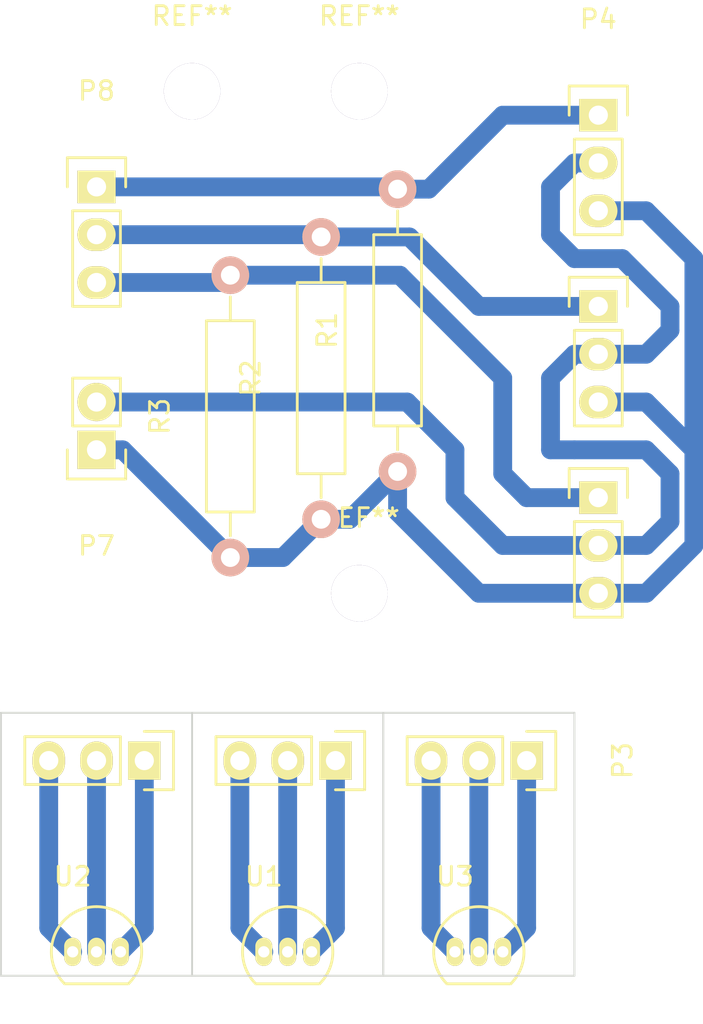
<source format=kicad_pcb>
(kicad_pcb (version 4) (host pcbnew "(2015-07-16 BZR 5955, Git 27eafcb)-product")

  (general
    (links 24)
    (no_connects 0)
    (area 151.079999 87.755 188.660002 142.405)
    (thickness 1.6)
    (drawings 11)
    (tracks 72)
    (zones 0)
    (modules 17)
    (nets 15)
  )

  (page A4)
  (layers
    (0 F.Cu signal)
    (31 B.Cu signal)
    (32 B.Adhes user)
    (33 F.Adhes user)
    (34 B.Paste user)
    (35 F.Paste user)
    (36 B.SilkS user)
    (37 F.SilkS user)
    (38 B.Mask user)
    (39 F.Mask user)
    (40 Dwgs.User user)
    (41 Cmts.User user)
    (42 Eco1.User user)
    (43 Eco2.User user)
    (44 Edge.Cuts user)
    (45 Margin user)
    (46 B.CrtYd user)
    (47 F.CrtYd user)
    (48 B.Fab user)
    (49 F.Fab user)
  )

  (setup
    (last_trace_width 1)
    (trace_clearance 0.2)
    (zone_clearance 0.508)
    (zone_45_only no)
    (trace_min 0.2)
    (segment_width 0.2)
    (edge_width 0.1)
    (via_size 0.6)
    (via_drill 0.4)
    (via_min_size 0.4)
    (via_min_drill 0.3)
    (uvia_size 0.3)
    (uvia_drill 0.1)
    (uvias_allowed no)
    (uvia_min_size 0.2)
    (uvia_min_drill 0.1)
    (pcb_text_width 0.3)
    (pcb_text_size 1.5 1.5)
    (mod_edge_width 0.15)
    (mod_text_size 1 1)
    (mod_text_width 0.15)
    (pad_size 1.5 1.5)
    (pad_drill 0.6)
    (pad_to_mask_clearance 0)
    (aux_axis_origin 0 0)
    (visible_elements 7FFFFFFF)
    (pcbplotparams
      (layerselection 0x00030_80000001)
      (usegerberextensions false)
      (excludeedgelayer true)
      (linewidth 0.100000)
      (plotframeref false)
      (viasonmask false)
      (mode 1)
      (useauxorigin false)
      (hpglpennumber 1)
      (hpglpenspeed 20)
      (hpglpendiameter 15)
      (hpglpenoverlay 2)
      (psnegative false)
      (psa4output false)
      (plotreference true)
      (plotvalue true)
      (plotinvisibletext false)
      (padsonsilk false)
      (subtractmaskfromsilk false)
      (outputformat 1)
      (mirror false)
      (drillshape 0)
      (scaleselection 1)
      (outputdirectory ""))
  )

  (net 0 "")
  (net 1 "Net-(P1-Pad1)")
  (net 2 "Net-(P1-Pad2)")
  (net 3 "Net-(P1-Pad3)")
  (net 4 "Net-(P2-Pad1)")
  (net 5 "Net-(P2-Pad2)")
  (net 6 "Net-(P2-Pad3)")
  (net 7 "Net-(P3-Pad1)")
  (net 8 "Net-(P3-Pad2)")
  (net 9 "Net-(P3-Pad3)")
  (net 10 "Net-(P4-Pad1)")
  (net 11 "Net-(P4-Pad2)")
  (net 12 "Net-(P4-Pad3)")
  (net 13 "Net-(P5-Pad1)")
  (net 14 "Net-(P6-Pad1)")

  (net_class Default "This is the default net class."
    (clearance 0.2)
    (trace_width 1)
    (via_dia 0.6)
    (via_drill 0.4)
    (uvia_dia 0.3)
    (uvia_drill 0.1)
    (add_net "Net-(P1-Pad1)")
    (add_net "Net-(P1-Pad2)")
    (add_net "Net-(P1-Pad3)")
    (add_net "Net-(P2-Pad1)")
    (add_net "Net-(P2-Pad2)")
    (add_net "Net-(P2-Pad3)")
    (add_net "Net-(P3-Pad1)")
    (add_net "Net-(P3-Pad2)")
    (add_net "Net-(P3-Pad3)")
    (add_net "Net-(P4-Pad1)")
    (add_net "Net-(P4-Pad2)")
    (add_net "Net-(P4-Pad3)")
    (add_net "Net-(P5-Pad1)")
    (add_net "Net-(P6-Pad1)")
  )

  (module Pin_Headers:Pin_Header_Straight_1x03 (layer F.Cu) (tedit 0) (tstamp 55AC807E)
    (at 168.91 128.27 270)
    (descr "Through hole pin header")
    (tags "pin header")
    (path /55AC53C2)
    (fp_text reference P1 (at 0 -5.1 270) (layer F.SilkS)
      (effects (font (size 1 1) (thickness 0.15)))
    )
    (fp_text value CONN_01X03 (at 0 -3.1 270) (layer F.Fab)
      (effects (font (size 1 1) (thickness 0.15)))
    )
    (fp_line (start -1.75 -1.75) (end -1.75 6.85) (layer F.CrtYd) (width 0.05))
    (fp_line (start 1.75 -1.75) (end 1.75 6.85) (layer F.CrtYd) (width 0.05))
    (fp_line (start -1.75 -1.75) (end 1.75 -1.75) (layer F.CrtYd) (width 0.05))
    (fp_line (start -1.75 6.85) (end 1.75 6.85) (layer F.CrtYd) (width 0.05))
    (fp_line (start -1.27 1.27) (end -1.27 6.35) (layer F.SilkS) (width 0.15))
    (fp_line (start -1.27 6.35) (end 1.27 6.35) (layer F.SilkS) (width 0.15))
    (fp_line (start 1.27 6.35) (end 1.27 1.27) (layer F.SilkS) (width 0.15))
    (fp_line (start 1.55 -1.55) (end 1.55 0) (layer F.SilkS) (width 0.15))
    (fp_line (start 1.27 1.27) (end -1.27 1.27) (layer F.SilkS) (width 0.15))
    (fp_line (start -1.55 0) (end -1.55 -1.55) (layer F.SilkS) (width 0.15))
    (fp_line (start -1.55 -1.55) (end 1.55 -1.55) (layer F.SilkS) (width 0.15))
    (pad 1 thru_hole rect (at 0 0 270) (size 2.032 1.7272) (drill 1.016) (layers *.Cu *.Mask F.SilkS)
      (net 1 "Net-(P1-Pad1)"))
    (pad 2 thru_hole oval (at 0 2.54 270) (size 2.032 1.7272) (drill 1.016) (layers *.Cu *.Mask F.SilkS)
      (net 2 "Net-(P1-Pad2)"))
    (pad 3 thru_hole oval (at 0 5.08 270) (size 2.032 1.7272) (drill 1.016) (layers *.Cu *.Mask F.SilkS)
      (net 3 "Net-(P1-Pad3)"))
    (model Pin_Headers.3dshapes/Pin_Header_Straight_1x03.wrl
      (at (xyz 0 -0.1 0))
      (scale (xyz 1 1 1))
      (rotate (xyz 0 0 90))
    )
  )

  (module Pin_Headers:Pin_Header_Straight_1x03 (layer F.Cu) (tedit 0) (tstamp 55AC8085)
    (at 158.75 128.27 270)
    (descr "Through hole pin header")
    (tags "pin header")
    (path /55AC544B)
    (fp_text reference P2 (at 0 -5.1 270) (layer F.SilkS)
      (effects (font (size 1 1) (thickness 0.15)))
    )
    (fp_text value CONN_01X03 (at 0 -3.1 270) (layer F.Fab)
      (effects (font (size 1 1) (thickness 0.15)))
    )
    (fp_line (start -1.75 -1.75) (end -1.75 6.85) (layer F.CrtYd) (width 0.05))
    (fp_line (start 1.75 -1.75) (end 1.75 6.85) (layer F.CrtYd) (width 0.05))
    (fp_line (start -1.75 -1.75) (end 1.75 -1.75) (layer F.CrtYd) (width 0.05))
    (fp_line (start -1.75 6.85) (end 1.75 6.85) (layer F.CrtYd) (width 0.05))
    (fp_line (start -1.27 1.27) (end -1.27 6.35) (layer F.SilkS) (width 0.15))
    (fp_line (start -1.27 6.35) (end 1.27 6.35) (layer F.SilkS) (width 0.15))
    (fp_line (start 1.27 6.35) (end 1.27 1.27) (layer F.SilkS) (width 0.15))
    (fp_line (start 1.55 -1.55) (end 1.55 0) (layer F.SilkS) (width 0.15))
    (fp_line (start 1.27 1.27) (end -1.27 1.27) (layer F.SilkS) (width 0.15))
    (fp_line (start -1.55 0) (end -1.55 -1.55) (layer F.SilkS) (width 0.15))
    (fp_line (start -1.55 -1.55) (end 1.55 -1.55) (layer F.SilkS) (width 0.15))
    (pad 1 thru_hole rect (at 0 0 270) (size 2.032 1.7272) (drill 1.016) (layers *.Cu *.Mask F.SilkS)
      (net 4 "Net-(P2-Pad1)"))
    (pad 2 thru_hole oval (at 0 2.54 270) (size 2.032 1.7272) (drill 1.016) (layers *.Cu *.Mask F.SilkS)
      (net 5 "Net-(P2-Pad2)"))
    (pad 3 thru_hole oval (at 0 5.08 270) (size 2.032 1.7272) (drill 1.016) (layers *.Cu *.Mask F.SilkS)
      (net 6 "Net-(P2-Pad3)"))
    (model Pin_Headers.3dshapes/Pin_Header_Straight_1x03.wrl
      (at (xyz 0 -0.1 0))
      (scale (xyz 1 1 1))
      (rotate (xyz 0 0 90))
    )
  )

  (module Pin_Headers:Pin_Header_Straight_1x03 (layer F.Cu) (tedit 0) (tstamp 55AC808C)
    (at 179.07 128.27 270)
    (descr "Through hole pin header")
    (tags "pin header")
    (path /55AC548E)
    (fp_text reference P3 (at 0 -5.1 270) (layer F.SilkS)
      (effects (font (size 1 1) (thickness 0.15)))
    )
    (fp_text value CONN_01X03 (at 0 -3.1 270) (layer F.Fab)
      (effects (font (size 1 1) (thickness 0.15)))
    )
    (fp_line (start -1.75 -1.75) (end -1.75 6.85) (layer F.CrtYd) (width 0.05))
    (fp_line (start 1.75 -1.75) (end 1.75 6.85) (layer F.CrtYd) (width 0.05))
    (fp_line (start -1.75 -1.75) (end 1.75 -1.75) (layer F.CrtYd) (width 0.05))
    (fp_line (start -1.75 6.85) (end 1.75 6.85) (layer F.CrtYd) (width 0.05))
    (fp_line (start -1.27 1.27) (end -1.27 6.35) (layer F.SilkS) (width 0.15))
    (fp_line (start -1.27 6.35) (end 1.27 6.35) (layer F.SilkS) (width 0.15))
    (fp_line (start 1.27 6.35) (end 1.27 1.27) (layer F.SilkS) (width 0.15))
    (fp_line (start 1.55 -1.55) (end 1.55 0) (layer F.SilkS) (width 0.15))
    (fp_line (start 1.27 1.27) (end -1.27 1.27) (layer F.SilkS) (width 0.15))
    (fp_line (start -1.55 0) (end -1.55 -1.55) (layer F.SilkS) (width 0.15))
    (fp_line (start -1.55 -1.55) (end 1.55 -1.55) (layer F.SilkS) (width 0.15))
    (pad 1 thru_hole rect (at 0 0 270) (size 2.032 1.7272) (drill 1.016) (layers *.Cu *.Mask F.SilkS)
      (net 7 "Net-(P3-Pad1)"))
    (pad 2 thru_hole oval (at 0 2.54 270) (size 2.032 1.7272) (drill 1.016) (layers *.Cu *.Mask F.SilkS)
      (net 8 "Net-(P3-Pad2)"))
    (pad 3 thru_hole oval (at 0 5.08 270) (size 2.032 1.7272) (drill 1.016) (layers *.Cu *.Mask F.SilkS)
      (net 9 "Net-(P3-Pad3)"))
    (model Pin_Headers.3dshapes/Pin_Header_Straight_1x03.wrl
      (at (xyz 0 -0.1 0))
      (scale (xyz 1 1 1))
      (rotate (xyz 0 0 90))
    )
  )

  (module Pin_Headers:Pin_Header_Straight_1x03 (layer F.Cu) (tedit 0) (tstamp 55AC8093)
    (at 182.88 93.98)
    (descr "Through hole pin header")
    (tags "pin header")
    (path /55AC5786)
    (fp_text reference P4 (at 0 -5.1) (layer F.SilkS)
      (effects (font (size 1 1) (thickness 0.15)))
    )
    (fp_text value CONN_01X03 (at 0 -3.1) (layer F.Fab)
      (effects (font (size 1 1) (thickness 0.15)))
    )
    (fp_line (start -1.75 -1.75) (end -1.75 6.85) (layer F.CrtYd) (width 0.05))
    (fp_line (start 1.75 -1.75) (end 1.75 6.85) (layer F.CrtYd) (width 0.05))
    (fp_line (start -1.75 -1.75) (end 1.75 -1.75) (layer F.CrtYd) (width 0.05))
    (fp_line (start -1.75 6.85) (end 1.75 6.85) (layer F.CrtYd) (width 0.05))
    (fp_line (start -1.27 1.27) (end -1.27 6.35) (layer F.SilkS) (width 0.15))
    (fp_line (start -1.27 6.35) (end 1.27 6.35) (layer F.SilkS) (width 0.15))
    (fp_line (start 1.27 6.35) (end 1.27 1.27) (layer F.SilkS) (width 0.15))
    (fp_line (start 1.55 -1.55) (end 1.55 0) (layer F.SilkS) (width 0.15))
    (fp_line (start 1.27 1.27) (end -1.27 1.27) (layer F.SilkS) (width 0.15))
    (fp_line (start -1.55 0) (end -1.55 -1.55) (layer F.SilkS) (width 0.15))
    (fp_line (start -1.55 -1.55) (end 1.55 -1.55) (layer F.SilkS) (width 0.15))
    (pad 1 thru_hole rect (at 0 0) (size 2.032 1.7272) (drill 1.016) (layers *.Cu *.Mask F.SilkS)
      (net 10 "Net-(P4-Pad1)"))
    (pad 2 thru_hole oval (at 0 2.54) (size 2.032 1.7272) (drill 1.016) (layers *.Cu *.Mask F.SilkS)
      (net 11 "Net-(P4-Pad2)"))
    (pad 3 thru_hole oval (at 0 5.08) (size 2.032 1.7272) (drill 1.016) (layers *.Cu *.Mask F.SilkS)
      (net 12 "Net-(P4-Pad3)"))
    (model Pin_Headers.3dshapes/Pin_Header_Straight_1x03.wrl
      (at (xyz 0 -0.1 0))
      (scale (xyz 1 1 1))
      (rotate (xyz 0 0 90))
    )
  )

  (module Pin_Headers:Pin_Header_Straight_1x03 (layer F.Cu) (tedit 0) (tstamp 55AC809A)
    (at 182.88 104.14)
    (descr "Through hole pin header")
    (tags "pin header")
    (path /55AC5727)
    (fp_text reference P5 (at 0 -5.1) (layer F.SilkS)
      (effects (font (size 1 1) (thickness 0.15)))
    )
    (fp_text value CONN_01X03 (at 0 -3.1) (layer F.Fab)
      (effects (font (size 1 1) (thickness 0.15)))
    )
    (fp_line (start -1.75 -1.75) (end -1.75 6.85) (layer F.CrtYd) (width 0.05))
    (fp_line (start 1.75 -1.75) (end 1.75 6.85) (layer F.CrtYd) (width 0.05))
    (fp_line (start -1.75 -1.75) (end 1.75 -1.75) (layer F.CrtYd) (width 0.05))
    (fp_line (start -1.75 6.85) (end 1.75 6.85) (layer F.CrtYd) (width 0.05))
    (fp_line (start -1.27 1.27) (end -1.27 6.35) (layer F.SilkS) (width 0.15))
    (fp_line (start -1.27 6.35) (end 1.27 6.35) (layer F.SilkS) (width 0.15))
    (fp_line (start 1.27 6.35) (end 1.27 1.27) (layer F.SilkS) (width 0.15))
    (fp_line (start 1.55 -1.55) (end 1.55 0) (layer F.SilkS) (width 0.15))
    (fp_line (start 1.27 1.27) (end -1.27 1.27) (layer F.SilkS) (width 0.15))
    (fp_line (start -1.55 0) (end -1.55 -1.55) (layer F.SilkS) (width 0.15))
    (fp_line (start -1.55 -1.55) (end 1.55 -1.55) (layer F.SilkS) (width 0.15))
    (pad 1 thru_hole rect (at 0 0) (size 2.032 1.7272) (drill 1.016) (layers *.Cu *.Mask F.SilkS)
      (net 13 "Net-(P5-Pad1)"))
    (pad 2 thru_hole oval (at 0 2.54) (size 2.032 1.7272) (drill 1.016) (layers *.Cu *.Mask F.SilkS)
      (net 11 "Net-(P4-Pad2)"))
    (pad 3 thru_hole oval (at 0 5.08) (size 2.032 1.7272) (drill 1.016) (layers *.Cu *.Mask F.SilkS)
      (net 12 "Net-(P4-Pad3)"))
    (model Pin_Headers.3dshapes/Pin_Header_Straight_1x03.wrl
      (at (xyz 0 -0.1 0))
      (scale (xyz 1 1 1))
      (rotate (xyz 0 0 90))
    )
  )

  (module Pin_Headers:Pin_Header_Straight_1x03 (layer F.Cu) (tedit 0) (tstamp 55AC80A1)
    (at 182.88 114.3)
    (descr "Through hole pin header")
    (tags "pin header")
    (path /55AC56F0)
    (fp_text reference P6 (at 0 -5.1) (layer F.SilkS)
      (effects (font (size 1 1) (thickness 0.15)))
    )
    (fp_text value CONN_01X03 (at 0 -3.1) (layer F.Fab)
      (effects (font (size 1 1) (thickness 0.15)))
    )
    (fp_line (start -1.75 -1.75) (end -1.75 6.85) (layer F.CrtYd) (width 0.05))
    (fp_line (start 1.75 -1.75) (end 1.75 6.85) (layer F.CrtYd) (width 0.05))
    (fp_line (start -1.75 -1.75) (end 1.75 -1.75) (layer F.CrtYd) (width 0.05))
    (fp_line (start -1.75 6.85) (end 1.75 6.85) (layer F.CrtYd) (width 0.05))
    (fp_line (start -1.27 1.27) (end -1.27 6.35) (layer F.SilkS) (width 0.15))
    (fp_line (start -1.27 6.35) (end 1.27 6.35) (layer F.SilkS) (width 0.15))
    (fp_line (start 1.27 6.35) (end 1.27 1.27) (layer F.SilkS) (width 0.15))
    (fp_line (start 1.55 -1.55) (end 1.55 0) (layer F.SilkS) (width 0.15))
    (fp_line (start 1.27 1.27) (end -1.27 1.27) (layer F.SilkS) (width 0.15))
    (fp_line (start -1.55 0) (end -1.55 -1.55) (layer F.SilkS) (width 0.15))
    (fp_line (start -1.55 -1.55) (end 1.55 -1.55) (layer F.SilkS) (width 0.15))
    (pad 1 thru_hole rect (at 0 0) (size 2.032 1.7272) (drill 1.016) (layers *.Cu *.Mask F.SilkS)
      (net 14 "Net-(P6-Pad1)"))
    (pad 2 thru_hole oval (at 0 2.54) (size 2.032 1.7272) (drill 1.016) (layers *.Cu *.Mask F.SilkS)
      (net 11 "Net-(P4-Pad2)"))
    (pad 3 thru_hole oval (at 0 5.08) (size 2.032 1.7272) (drill 1.016) (layers *.Cu *.Mask F.SilkS)
      (net 12 "Net-(P4-Pad3)"))
    (model Pin_Headers.3dshapes/Pin_Header_Straight_1x03.wrl
      (at (xyz 0 -0.1 0))
      (scale (xyz 1 1 1))
      (rotate (xyz 0 0 90))
    )
  )

  (module Pin_Headers:Pin_Header_Straight_1x02 (layer F.Cu) (tedit 54EA090C) (tstamp 55AC80A7)
    (at 156.21 111.76 180)
    (descr "Through hole pin header")
    (tags "pin header")
    (path /55AC57CD)
    (fp_text reference P7 (at 0 -5.1 180) (layer F.SilkS)
      (effects (font (size 1 1) (thickness 0.15)))
    )
    (fp_text value CONN_01X02 (at 0 -3.1 180) (layer F.Fab)
      (effects (font (size 1 1) (thickness 0.15)))
    )
    (fp_line (start 1.27 1.27) (end 1.27 3.81) (layer F.SilkS) (width 0.15))
    (fp_line (start 1.55 -1.55) (end 1.55 0) (layer F.SilkS) (width 0.15))
    (fp_line (start -1.75 -1.75) (end -1.75 4.3) (layer F.CrtYd) (width 0.05))
    (fp_line (start 1.75 -1.75) (end 1.75 4.3) (layer F.CrtYd) (width 0.05))
    (fp_line (start -1.75 -1.75) (end 1.75 -1.75) (layer F.CrtYd) (width 0.05))
    (fp_line (start -1.75 4.3) (end 1.75 4.3) (layer F.CrtYd) (width 0.05))
    (fp_line (start 1.27 1.27) (end -1.27 1.27) (layer F.SilkS) (width 0.15))
    (fp_line (start -1.55 0) (end -1.55 -1.55) (layer F.SilkS) (width 0.15))
    (fp_line (start -1.55 -1.55) (end 1.55 -1.55) (layer F.SilkS) (width 0.15))
    (fp_line (start -1.27 1.27) (end -1.27 3.81) (layer F.SilkS) (width 0.15))
    (fp_line (start -1.27 3.81) (end 1.27 3.81) (layer F.SilkS) (width 0.15))
    (pad 1 thru_hole rect (at 0 0 180) (size 2.032 2.032) (drill 1.016) (layers *.Cu *.Mask F.SilkS)
      (net 12 "Net-(P4-Pad3)"))
    (pad 2 thru_hole oval (at 0 2.54 180) (size 2.032 2.032) (drill 1.016) (layers *.Cu *.Mask F.SilkS)
      (net 11 "Net-(P4-Pad2)"))
    (model Pin_Headers.3dshapes/Pin_Header_Straight_1x02.wrl
      (at (xyz 0 -0.05 0))
      (scale (xyz 1 1 1))
      (rotate (xyz 0 0 90))
    )
  )

  (module Pin_Headers:Pin_Header_Straight_1x03 (layer F.Cu) (tedit 0) (tstamp 55AC80AE)
    (at 156.21 97.79)
    (descr "Through hole pin header")
    (tags "pin header")
    (path /55AC5846)
    (fp_text reference P8 (at 0 -5.1) (layer F.SilkS)
      (effects (font (size 1 1) (thickness 0.15)))
    )
    (fp_text value CONN_01X03 (at 0 -3.1) (layer F.Fab)
      (effects (font (size 1 1) (thickness 0.15)))
    )
    (fp_line (start -1.75 -1.75) (end -1.75 6.85) (layer F.CrtYd) (width 0.05))
    (fp_line (start 1.75 -1.75) (end 1.75 6.85) (layer F.CrtYd) (width 0.05))
    (fp_line (start -1.75 -1.75) (end 1.75 -1.75) (layer F.CrtYd) (width 0.05))
    (fp_line (start -1.75 6.85) (end 1.75 6.85) (layer F.CrtYd) (width 0.05))
    (fp_line (start -1.27 1.27) (end -1.27 6.35) (layer F.SilkS) (width 0.15))
    (fp_line (start -1.27 6.35) (end 1.27 6.35) (layer F.SilkS) (width 0.15))
    (fp_line (start 1.27 6.35) (end 1.27 1.27) (layer F.SilkS) (width 0.15))
    (fp_line (start 1.55 -1.55) (end 1.55 0) (layer F.SilkS) (width 0.15))
    (fp_line (start 1.27 1.27) (end -1.27 1.27) (layer F.SilkS) (width 0.15))
    (fp_line (start -1.55 0) (end -1.55 -1.55) (layer F.SilkS) (width 0.15))
    (fp_line (start -1.55 -1.55) (end 1.55 -1.55) (layer F.SilkS) (width 0.15))
    (pad 1 thru_hole rect (at 0 0) (size 2.032 1.7272) (drill 1.016) (layers *.Cu *.Mask F.SilkS)
      (net 10 "Net-(P4-Pad1)"))
    (pad 2 thru_hole oval (at 0 2.54) (size 2.032 1.7272) (drill 1.016) (layers *.Cu *.Mask F.SilkS)
      (net 13 "Net-(P5-Pad1)"))
    (pad 3 thru_hole oval (at 0 5.08) (size 2.032 1.7272) (drill 1.016) (layers *.Cu *.Mask F.SilkS)
      (net 14 "Net-(P6-Pad1)"))
    (model Pin_Headers.3dshapes/Pin_Header_Straight_1x03.wrl
      (at (xyz 0 -0.1 0))
      (scale (xyz 1 1 1))
      (rotate (xyz 0 0 90))
    )
  )

  (module Resistors_ThroughHole:Resistor_Horizontal_RM15mm (layer F.Cu) (tedit 53F56292) (tstamp 55AC80B4)
    (at 172.212 105.41 90)
    (descr "Resistor, Axial, RM 15mm,")
    (tags "Resistor, Axial, RM 15mm,")
    (path /55AC595E)
    (fp_text reference R1 (at 0 -3.74904 90) (layer F.SilkS)
      (effects (font (size 1 1) (thickness 0.15)))
    )
    (fp_text value 330 (at 0 4.0005 90) (layer F.Fab)
      (effects (font (size 1 1) (thickness 0.15)))
    )
    (fp_line (start -5.08 -1.27) (end -5.08 1.27) (layer F.SilkS) (width 0.15))
    (fp_line (start -5.08 1.27) (end 5.08 1.27) (layer F.SilkS) (width 0.15))
    (fp_line (start 5.08 1.27) (end 5.08 -1.27) (layer F.SilkS) (width 0.15))
    (fp_line (start 5.08 -1.27) (end -5.08 -1.27) (layer F.SilkS) (width 0.15))
    (fp_line (start 6.35 0) (end 5.08 0) (layer F.SilkS) (width 0.15))
    (fp_line (start -6.35 0) (end -5.08 0) (layer F.SilkS) (width 0.15))
    (pad 1 thru_hole circle (at -7.5 0 90) (size 1.99898 1.99898) (drill 1.00076) (layers *.Cu *.SilkS *.Mask)
      (net 12 "Net-(P4-Pad3)"))
    (pad 2 thru_hole circle (at 7.5 0 90) (size 1.99898 1.99898) (drill 1.00076) (layers *.Cu *.SilkS *.Mask)
      (net 10 "Net-(P4-Pad1)"))
    (model Resistors_ThroughHole.3dshapes/Resistor_Horizontal_RM15mm.wrl
      (at (xyz 0 0 0))
      (scale (xyz 0.4 0.4 0.4))
      (rotate (xyz 0 0 0))
    )
  )

  (module Resistors_ThroughHole:Resistor_Horizontal_RM15mm (layer F.Cu) (tedit 53F56292) (tstamp 55AC80BA)
    (at 168.148 107.95 90)
    (descr "Resistor, Axial, RM 15mm,")
    (tags "Resistor, Axial, RM 15mm,")
    (path /55AC592F)
    (fp_text reference R2 (at 0 -3.74904 90) (layer F.SilkS)
      (effects (font (size 1 1) (thickness 0.15)))
    )
    (fp_text value 330 (at 0 4.0005 90) (layer F.Fab)
      (effects (font (size 1 1) (thickness 0.15)))
    )
    (fp_line (start -5.08 -1.27) (end -5.08 1.27) (layer F.SilkS) (width 0.15))
    (fp_line (start -5.08 1.27) (end 5.08 1.27) (layer F.SilkS) (width 0.15))
    (fp_line (start 5.08 1.27) (end 5.08 -1.27) (layer F.SilkS) (width 0.15))
    (fp_line (start 5.08 -1.27) (end -5.08 -1.27) (layer F.SilkS) (width 0.15))
    (fp_line (start 6.35 0) (end 5.08 0) (layer F.SilkS) (width 0.15))
    (fp_line (start -6.35 0) (end -5.08 0) (layer F.SilkS) (width 0.15))
    (pad 1 thru_hole circle (at -7.5 0 90) (size 1.99898 1.99898) (drill 1.00076) (layers *.Cu *.SilkS *.Mask)
      (net 12 "Net-(P4-Pad3)"))
    (pad 2 thru_hole circle (at 7.5 0 90) (size 1.99898 1.99898) (drill 1.00076) (layers *.Cu *.SilkS *.Mask)
      (net 13 "Net-(P5-Pad1)"))
    (model Resistors_ThroughHole.3dshapes/Resistor_Horizontal_RM15mm.wrl
      (at (xyz 0 0 0))
      (scale (xyz 0.4 0.4 0.4))
      (rotate (xyz 0 0 0))
    )
  )

  (module Resistors_ThroughHole:Resistor_Horizontal_RM15mm (layer F.Cu) (tedit 53F56292) (tstamp 55AC80C0)
    (at 163.322 109.982 90)
    (descr "Resistor, Axial, RM 15mm,")
    (tags "Resistor, Axial, RM 15mm,")
    (path /55AC58D6)
    (fp_text reference R3 (at 0 -3.74904 90) (layer F.SilkS)
      (effects (font (size 1 1) (thickness 0.15)))
    )
    (fp_text value 330 (at 0 4.0005 90) (layer F.Fab)
      (effects (font (size 1 1) (thickness 0.15)))
    )
    (fp_line (start -5.08 -1.27) (end -5.08 1.27) (layer F.SilkS) (width 0.15))
    (fp_line (start -5.08 1.27) (end 5.08 1.27) (layer F.SilkS) (width 0.15))
    (fp_line (start 5.08 1.27) (end 5.08 -1.27) (layer F.SilkS) (width 0.15))
    (fp_line (start 5.08 -1.27) (end -5.08 -1.27) (layer F.SilkS) (width 0.15))
    (fp_line (start 6.35 0) (end 5.08 0) (layer F.SilkS) (width 0.15))
    (fp_line (start -6.35 0) (end -5.08 0) (layer F.SilkS) (width 0.15))
    (pad 1 thru_hole circle (at -7.5 0 90) (size 1.99898 1.99898) (drill 1.00076) (layers *.Cu *.SilkS *.Mask)
      (net 12 "Net-(P4-Pad3)"))
    (pad 2 thru_hole circle (at 7.5 0 90) (size 1.99898 1.99898) (drill 1.00076) (layers *.Cu *.SilkS *.Mask)
      (net 14 "Net-(P6-Pad1)"))
    (model Resistors_ThroughHole.3dshapes/Resistor_Horizontal_RM15mm.wrl
      (at (xyz 0 0 0))
      (scale (xyz 0.4 0.4 0.4))
      (rotate (xyz 0 0 0))
    )
  )

  (module Housings_TO-92:TO-92_Inline_Narrow_Oval (layer F.Cu) (tedit 54F24281) (tstamp 55AC80C7)
    (at 165.1 138.43)
    (descr "TO-92 leads in-line, narrow, oval pads, drill 0.6mm (see NXP sot054_po.pdf)")
    (tags "to-92 sc-43 sc-43a sot54 PA33 transistor")
    (path /55AC4F61)
    (fp_text reference U1 (at 0 -4) (layer F.SilkS)
      (effects (font (size 1 1) (thickness 0.15)))
    )
    (fp_text value SS461R (at 0 3) (layer F.Fab)
      (effects (font (size 1 1) (thickness 0.15)))
    )
    (fp_line (start -1.4 1.95) (end -1.4 -2.65) (layer F.CrtYd) (width 0.05))
    (fp_line (start -1.4 1.95) (end 3.95 1.95) (layer F.CrtYd) (width 0.05))
    (fp_line (start -0.43 1.7) (end 2.97 1.7) (layer F.SilkS) (width 0.15))
    (fp_arc (start 1.27 0) (end 1.27 -2.4) (angle -135) (layer F.SilkS) (width 0.15))
    (fp_arc (start 1.27 0) (end 1.27 -2.4) (angle 135) (layer F.SilkS) (width 0.15))
    (fp_line (start -1.4 -2.65) (end 3.95 -2.65) (layer F.CrtYd) (width 0.05))
    (fp_line (start 3.95 1.95) (end 3.95 -2.65) (layer F.CrtYd) (width 0.05))
    (pad 2 thru_hole oval (at 1.27 0 180) (size 0.89916 1.50114) (drill 0.6) (layers *.Cu *.Mask F.SilkS)
      (net 2 "Net-(P1-Pad2)"))
    (pad 3 thru_hole oval (at 2.54 0 180) (size 0.89916 1.50114) (drill 0.6) (layers *.Cu *.Mask F.SilkS)
      (net 1 "Net-(P1-Pad1)"))
    (pad 1 thru_hole oval (at 0 0 180) (size 0.89916 1.50114) (drill 0.6) (layers *.Cu *.Mask F.SilkS)
      (net 3 "Net-(P1-Pad3)"))
    (model Housings_TO-92.3dshapes/TO-92_Inline_Narrow_Oval.wrl
      (at (xyz 0.05 0 0))
      (scale (xyz 1 1 1))
      (rotate (xyz 0 0 -90))
    )
  )

  (module Housings_TO-92:TO-92_Inline_Narrow_Oval (layer F.Cu) (tedit 54F24281) (tstamp 55AC80CE)
    (at 154.94 138.43)
    (descr "TO-92 leads in-line, narrow, oval pads, drill 0.6mm (see NXP sot054_po.pdf)")
    (tags "to-92 sc-43 sc-43a sot54 PA33 transistor")
    (path /55AC4F77)
    (fp_text reference U2 (at 0 -4) (layer F.SilkS)
      (effects (font (size 1 1) (thickness 0.15)))
    )
    (fp_text value SS461R (at 0 3) (layer F.Fab)
      (effects (font (size 1 1) (thickness 0.15)))
    )
    (fp_line (start -1.4 1.95) (end -1.4 -2.65) (layer F.CrtYd) (width 0.05))
    (fp_line (start -1.4 1.95) (end 3.95 1.95) (layer F.CrtYd) (width 0.05))
    (fp_line (start -0.43 1.7) (end 2.97 1.7) (layer F.SilkS) (width 0.15))
    (fp_arc (start 1.27 0) (end 1.27 -2.4) (angle -135) (layer F.SilkS) (width 0.15))
    (fp_arc (start 1.27 0) (end 1.27 -2.4) (angle 135) (layer F.SilkS) (width 0.15))
    (fp_line (start -1.4 -2.65) (end 3.95 -2.65) (layer F.CrtYd) (width 0.05))
    (fp_line (start 3.95 1.95) (end 3.95 -2.65) (layer F.CrtYd) (width 0.05))
    (pad 2 thru_hole oval (at 1.27 0 180) (size 0.89916 1.50114) (drill 0.6) (layers *.Cu *.Mask F.SilkS)
      (net 5 "Net-(P2-Pad2)"))
    (pad 3 thru_hole oval (at 2.54 0 180) (size 0.89916 1.50114) (drill 0.6) (layers *.Cu *.Mask F.SilkS)
      (net 4 "Net-(P2-Pad1)"))
    (pad 1 thru_hole oval (at 0 0 180) (size 0.89916 1.50114) (drill 0.6) (layers *.Cu *.Mask F.SilkS)
      (net 6 "Net-(P2-Pad3)"))
    (model Housings_TO-92.3dshapes/TO-92_Inline_Narrow_Oval.wrl
      (at (xyz 0.05 0 0))
      (scale (xyz 1 1 1))
      (rotate (xyz 0 0 -90))
    )
  )

  (module Housings_TO-92:TO-92_Inline_Narrow_Oval (layer F.Cu) (tedit 54F24281) (tstamp 55AC80D5)
    (at 175.26 138.43)
    (descr "TO-92 leads in-line, narrow, oval pads, drill 0.6mm (see NXP sot054_po.pdf)")
    (tags "to-92 sc-43 sc-43a sot54 PA33 transistor")
    (path /55AC4FCD)
    (fp_text reference U3 (at 0 -4) (layer F.SilkS)
      (effects (font (size 1 1) (thickness 0.15)))
    )
    (fp_text value SS461R (at 0 3) (layer F.Fab)
      (effects (font (size 1 1) (thickness 0.15)))
    )
    (fp_line (start -1.4 1.95) (end -1.4 -2.65) (layer F.CrtYd) (width 0.05))
    (fp_line (start -1.4 1.95) (end 3.95 1.95) (layer F.CrtYd) (width 0.05))
    (fp_line (start -0.43 1.7) (end 2.97 1.7) (layer F.SilkS) (width 0.15))
    (fp_arc (start 1.27 0) (end 1.27 -2.4) (angle -135) (layer F.SilkS) (width 0.15))
    (fp_arc (start 1.27 0) (end 1.27 -2.4) (angle 135) (layer F.SilkS) (width 0.15))
    (fp_line (start -1.4 -2.65) (end 3.95 -2.65) (layer F.CrtYd) (width 0.05))
    (fp_line (start 3.95 1.95) (end 3.95 -2.65) (layer F.CrtYd) (width 0.05))
    (pad 2 thru_hole oval (at 1.27 0 180) (size 0.89916 1.50114) (drill 0.6) (layers *.Cu *.Mask F.SilkS)
      (net 8 "Net-(P3-Pad2)"))
    (pad 3 thru_hole oval (at 2.54 0 180) (size 0.89916 1.50114) (drill 0.6) (layers *.Cu *.Mask F.SilkS)
      (net 7 "Net-(P3-Pad1)"))
    (pad 1 thru_hole oval (at 0 0 180) (size 0.89916 1.50114) (drill 0.6) (layers *.Cu *.Mask F.SilkS)
      (net 9 "Net-(P3-Pad3)"))
    (model Housings_TO-92.3dshapes/TO-92_Inline_Narrow_Oval.wrl
      (at (xyz 0.05 0 0))
      (scale (xyz 1 1 1))
      (rotate (xyz 0 0 -90))
    )
  )

  (module Mounting_Holes:MountingHole_3mm (layer F.Cu) (tedit 0) (tstamp 55ADD552)
    (at 170.18 92.71)
    (descr "Mounting hole, Befestigungsbohrung, 3mm, No Annular, Kein Restring,")
    (tags "Mounting hole, Befestigungsbohrung, 3mm, No Annular, Kein Restring,")
    (fp_text reference REF** (at 0 -4.0005) (layer F.SilkS)
      (effects (font (size 1 1) (thickness 0.15)))
    )
    (fp_text value MountingHole_3mm (at 1.00076 5.00126) (layer F.Fab)
      (effects (font (size 1 1) (thickness 0.15)))
    )
    (fp_circle (center 0 0) (end 3 0) (layer Cmts.User) (width 0.381))
    (pad 1 thru_hole circle (at 0 0) (size 3 3) (drill 3) (layers))
  )

  (module Mounting_Holes:MountingHole_3mm (layer F.Cu) (tedit 0) (tstamp 55ADD95B)
    (at 170.18 119.38)
    (descr "Mounting hole, Befestigungsbohrung, 3mm, No Annular, Kein Restring,")
    (tags "Mounting hole, Befestigungsbohrung, 3mm, No Annular, Kein Restring,")
    (fp_text reference REF** (at 0 -4.0005) (layer F.SilkS)
      (effects (font (size 1 1) (thickness 0.15)))
    )
    (fp_text value MountingHole_3mm (at 1.00076 5.00126) (layer F.Fab)
      (effects (font (size 1 1) (thickness 0.15)))
    )
    (fp_circle (center 0 0) (end 3 0) (layer Cmts.User) (width 0.381))
    (pad 1 thru_hole circle (at 0 0) (size 3 3) (drill 3) (layers))
  )

  (module Mounting_Holes:MountingHole_3mm (layer F.Cu) (tedit 0) (tstamp 55ADD9E1)
    (at 161.29 92.71)
    (descr "Mounting hole, Befestigungsbohrung, 3mm, No Annular, Kein Restring,")
    (tags "Mounting hole, Befestigungsbohrung, 3mm, No Annular, Kein Restring,")
    (fp_text reference REF** (at 0 -4.0005) (layer F.SilkS)
      (effects (font (size 1 1) (thickness 0.15)))
    )
    (fp_text value MountingHole_3mm (at 1.00076 5.00126) (layer F.Fab)
      (effects (font (size 1 1) (thickness 0.15)))
    )
    (fp_circle (center 0 0) (end 3 0) (layer Cmts.User) (width 0.381))
    (pad 1 thru_hole circle (at 0 0) (size 3 3) (drill 3) (layers))
  )

  (gr_line (start 151.13 139.7) (end 161.29 139.7) (angle 90) (layer Edge.Cuts) (width 0.1))
  (gr_line (start 151.13 125.73) (end 151.13 139.7) (angle 90) (layer Edge.Cuts) (width 0.1))
  (gr_line (start 161.29 125.73) (end 151.13 125.73) (angle 90) (layer Edge.Cuts) (width 0.1))
  (gr_line (start 161.29 139.7) (end 161.29 125.73) (angle 90) (layer Edge.Cuts) (width 0.1))
  (gr_line (start 171.45 139.7) (end 161.29 139.7) (angle 90) (layer Edge.Cuts) (width 0.1))
  (gr_line (start 171.45 125.73) (end 171.45 139.7) (angle 90) (layer Edge.Cuts) (width 0.1))
  (gr_line (start 161.29 125.73) (end 171.45 125.73) (angle 90) (layer Edge.Cuts) (width 0.1))
  (gr_line (start 171.45 139.7) (end 171.45 125.73) (angle 90) (layer Edge.Cuts) (width 0.1))
  (gr_line (start 181.61 139.7) (end 171.45 139.7) (angle 90) (layer Edge.Cuts) (width 0.1))
  (gr_line (start 181.61 125.73) (end 181.61 139.7) (angle 90) (layer Edge.Cuts) (width 0.1))
  (gr_line (start 171.45 125.73) (end 181.61 125.73) (angle 90) (layer Edge.Cuts) (width 0.1))

  (segment (start 167.64 138.43) (end 168.91 137.16) (width 1) (layer B.Cu) (net 1))
  (segment (start 168.91 137.16) (end 168.91 128.27) (width 1) (layer B.Cu) (net 1) (tstamp 55ADB065))
  (segment (start 166.37 138.43) (end 166.37 128.27) (width 1) (layer B.Cu) (net 2))
  (segment (start 165.1 138.43) (end 163.83 137.16) (width 1) (layer B.Cu) (net 3))
  (segment (start 163.83 137.16) (end 163.83 128.27) (width 1) (layer B.Cu) (net 3) (tstamp 55ADB061))
  (segment (start 157.48 138.43) (end 158.75 137.16) (width 1) (layer B.Cu) (net 4))
  (segment (start 158.75 137.16) (end 158.75 128.27) (width 1) (layer B.Cu) (net 4) (tstamp 55ADB04F))
  (segment (start 156.21 138.43) (end 156.21 128.27) (width 1) (layer B.Cu) (net 5))
  (segment (start 154.94 138.43) (end 153.67 137.16) (width 1) (layer B.Cu) (net 6))
  (segment (start 153.67 137.16) (end 153.67 128.27) (width 1) (layer B.Cu) (net 6) (tstamp 55ADB058))
  (segment (start 177.8 138.43) (end 179.07 137.16) (width 1) (layer B.Cu) (net 7))
  (segment (start 179.07 137.16) (end 179.07 128.27) (width 1) (layer B.Cu) (net 7) (tstamp 55ADB071))
  (segment (start 176.53 138.43) (end 176.53 128.27) (width 1) (layer B.Cu) (net 8))
  (segment (start 175.26 138.43) (end 173.99 137.16) (width 1) (layer B.Cu) (net 9))
  (segment (start 173.99 137.16) (end 173.99 128.27) (width 1) (layer B.Cu) (net 9) (tstamp 55ADB06D))
  (segment (start 156.21 97.79) (end 172.092 97.79) (width 1) (layer B.Cu) (net 10))
  (segment (start 172.092 97.79) (end 172.212 97.91) (width 1) (layer B.Cu) (net 10) (tstamp 55ADD21D))
  (segment (start 172.212 97.91) (end 173.87 97.91) (width 1) (layer B.Cu) (net 10))
  (segment (start 177.8 93.98) (end 182.88 93.98) (width 1) (layer B.Cu) (net 10) (tstamp 55ADB3BE))
  (segment (start 173.87 97.91) (end 177.8 93.98) (width 1) (layer B.Cu) (net 10) (tstamp 55ADB3BD))
  (segment (start 156.21 109.22) (end 172.72 109.22) (width 1) (layer B.Cu) (net 11))
  (segment (start 177.8 116.84) (end 182.88 116.84) (width 1) (layer B.Cu) (net 11) (tstamp 55ADD226))
  (segment (start 175.26 114.3) (end 177.8 116.84) (width 1) (layer B.Cu) (net 11) (tstamp 55ADD225))
  (segment (start 175.26 111.76) (end 175.26 114.3) (width 1) (layer B.Cu) (net 11) (tstamp 55ADD224))
  (segment (start 172.72 109.22) (end 175.26 111.76) (width 1) (layer B.Cu) (net 11) (tstamp 55ADD223))
  (segment (start 182.88 106.68) (end 181.61 106.68) (width 1) (layer B.Cu) (net 11))
  (segment (start 185.42 116.84) (end 182.88 116.84) (width 1) (layer B.Cu) (net 11) (tstamp 55ADB121))
  (segment (start 186.69 115.57) (end 185.42 116.84) (width 1) (layer B.Cu) (net 11) (tstamp 55ADB11F))
  (segment (start 186.69 113.03) (end 186.69 115.57) (width 1) (layer B.Cu) (net 11) (tstamp 55ADB11A))
  (segment (start 185.42 111.76) (end 186.69 113.03) (width 1) (layer B.Cu) (net 11) (tstamp 55ADB118))
  (segment (start 181.61 111.76) (end 185.42 111.76) (width 1) (layer B.Cu) (net 11) (tstamp 55ADB116))
  (segment (start 180.34 111.76) (end 181.61 111.76) (width 1) (layer B.Cu) (net 11) (tstamp 55ADB114))
  (segment (start 180.34 107.95) (end 180.34 111.76) (width 1) (layer B.Cu) (net 11) (tstamp 55ADB113))
  (segment (start 181.61 106.68) (end 180.34 107.95) (width 1) (layer B.Cu) (net 11) (tstamp 55ADB112))
  (segment (start 182.88 96.52) (end 181.61 96.52) (width 1) (layer B.Cu) (net 11))
  (segment (start 185.42 106.68) (end 182.88 106.68) (width 1) (layer B.Cu) (net 11) (tstamp 55ADB10F))
  (segment (start 186.69 105.41) (end 185.42 106.68) (width 1) (layer B.Cu) (net 11) (tstamp 55ADB10D))
  (segment (start 186.69 104.14) (end 186.69 105.41) (width 1) (layer B.Cu) (net 11) (tstamp 55ADB10A))
  (segment (start 184.15 101.6) (end 186.69 104.14) (width 1) (layer B.Cu) (net 11) (tstamp 55ADB109))
  (segment (start 181.61 101.6) (end 184.15 101.6) (width 1) (layer B.Cu) (net 11) (tstamp 55ADB108))
  (segment (start 180.34 100.33) (end 181.61 101.6) (width 1) (layer B.Cu) (net 11) (tstamp 55ADB105))
  (segment (start 180.34 97.79) (end 180.34 100.33) (width 1) (layer B.Cu) (net 11) (tstamp 55ADB104))
  (segment (start 181.61 96.52) (end 180.34 97.79) (width 1) (layer B.Cu) (net 11) (tstamp 55ADB102))
  (segment (start 156.21 111.76) (end 157.6 111.76) (width 1) (layer B.Cu) (net 12))
  (segment (start 157.6 111.76) (end 163.322 117.482) (width 1) (layer B.Cu) (net 12) (tstamp 55ADD220))
  (segment (start 172.212 112.91) (end 172.212 115.062) (width 1) (layer B.Cu) (net 12))
  (segment (start 176.53 119.38) (end 182.88 119.38) (width 1) (layer B.Cu) (net 12) (tstamp 55ADB3E0))
  (segment (start 172.212 115.062) (end 176.53 119.38) (width 1) (layer B.Cu) (net 12) (tstamp 55ADB3DE))
  (segment (start 182.88 109.22) (end 185.42 109.22) (width 1) (layer B.Cu) (net 12))
  (segment (start 185.42 109.22) (end 187.96 111.76) (width 1) (layer B.Cu) (net 12) (tstamp 55ADB135))
  (segment (start 182.88 119.38) (end 185.42 119.38) (width 1) (layer B.Cu) (net 12))
  (segment (start 185.42 119.38) (end 187.96 116.84) (width 1) (layer B.Cu) (net 12) (tstamp 55ADB129))
  (segment (start 187.96 116.84) (end 187.96 111.76) (width 1) (layer B.Cu) (net 12) (tstamp 55ADB12D))
  (segment (start 185.42 99.06) (end 182.88 99.06) (width 1) (layer B.Cu) (net 12) (tstamp 55ADB132))
  (segment (start 187.96 101.6) (end 185.42 99.06) (width 1) (layer B.Cu) (net 12) (tstamp 55ADB130))
  (segment (start 187.96 111.76) (end 187.96 101.6) (width 1) (layer B.Cu) (net 12) (tstamp 55ADB138))
  (segment (start 168.148 115.45) (end 169.672 115.45) (width 1) (layer B.Cu) (net 12))
  (segment (start 169.672 115.45) (end 172.212 112.91) (width 1) (layer B.Cu) (net 12) (tstamp 55ADB0F7))
  (segment (start 163.322 117.482) (end 166.116 117.482) (width 1) (layer B.Cu) (net 12))
  (segment (start 166.116 117.482) (end 168.148 115.45) (width 1) (layer B.Cu) (net 12) (tstamp 55ADB0F4))
  (segment (start 156.21 100.33) (end 168.028 100.33) (width 1) (layer B.Cu) (net 13))
  (segment (start 168.028 100.33) (end 168.148 100.45) (width 1) (layer B.Cu) (net 13) (tstamp 55ADD21A))
  (segment (start 168.148 100.45) (end 172.84 100.45) (width 1) (layer B.Cu) (net 13))
  (segment (start 176.53 104.14) (end 182.88 104.14) (width 1) (layer B.Cu) (net 13) (tstamp 55ADB3C3))
  (segment (start 172.84 100.45) (end 176.53 104.14) (width 1) (layer B.Cu) (net 13) (tstamp 55ADB3C2))
  (segment (start 156.21 102.87) (end 162.934 102.87) (width 1) (layer B.Cu) (net 14))
  (segment (start 162.934 102.87) (end 163.322 102.482) (width 1) (layer B.Cu) (net 14) (tstamp 55ADD217))
  (segment (start 163.322 102.482) (end 172.332 102.482) (width 1) (layer B.Cu) (net 14))
  (segment (start 179.07 114.3) (end 182.88 114.3) (width 1) (layer B.Cu) (net 14) (tstamp 55ADB3CF))
  (segment (start 177.8 113.03) (end 179.07 114.3) (width 1) (layer B.Cu) (net 14) (tstamp 55ADB3CE))
  (segment (start 177.8 107.95) (end 177.8 113.03) (width 1) (layer B.Cu) (net 14) (tstamp 55ADB3CD))
  (segment (start 172.332 102.482) (end 177.8 107.95) (width 1) (layer B.Cu) (net 14) (tstamp 55ADB3C7))

)

</source>
